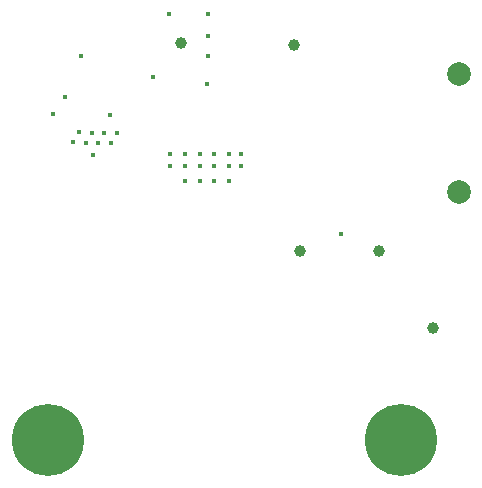
<source format=gbr>
%TF.GenerationSoftware,KiCad,Pcbnew,(6.0.8)*%
%TF.CreationDate,2023-02-08T15:15:48+01:00*%
%TF.ProjectId,power supply prototype,706f7765-7220-4737-9570-706c79207072,rev?*%
%TF.SameCoordinates,Original*%
%TF.FileFunction,Plated,1,4,PTH,Drill*%
%TF.FilePolarity,Positive*%
%FSLAX46Y46*%
G04 Gerber Fmt 4.6, Leading zero omitted, Abs format (unit mm)*
G04 Created by KiCad (PCBNEW (6.0.8)) date 2023-02-08 15:15:48*
%MOMM*%
%LPD*%
G01*
G04 APERTURE LIST*
%TA.AperFunction,ViaDrill*%
%ADD10C,0.400000*%
%TD*%
%TA.AperFunction,ComponentDrill*%
%ADD11C,1.000000*%
%TD*%
%TA.AperFunction,ComponentDrill*%
%ADD12C,2.000000*%
%TD*%
%TA.AperFunction,ComponentDrill*%
%ADD13C,6.100000*%
%TD*%
G04 APERTURE END LIST*
D10*
X123600000Y-84400000D03*
X124600000Y-82900000D03*
X125300000Y-86700000D03*
X125800000Y-85900000D03*
X126000000Y-79500000D03*
X126400000Y-86800000D03*
X126900000Y-86000000D03*
X127000000Y-87800000D03*
X127400000Y-86800000D03*
X127900000Y-86000000D03*
X128399248Y-84454917D03*
X128500000Y-86800000D03*
X129000000Y-86000000D03*
X132100000Y-81200000D03*
X133400000Y-75900000D03*
X133500000Y-87750000D03*
X133500000Y-88750000D03*
X134750000Y-87750000D03*
X134750000Y-88750000D03*
X134750000Y-90000000D03*
X136000000Y-87750000D03*
X136000000Y-88750000D03*
X136000000Y-90000000D03*
X136600000Y-81800000D03*
X136700000Y-75900000D03*
X136750000Y-77750000D03*
X136750000Y-79500000D03*
X137250000Y-87750000D03*
X137250000Y-88750000D03*
X137250000Y-90000000D03*
X138500000Y-87750000D03*
X138500000Y-88750000D03*
X138500000Y-90000000D03*
X139500000Y-87750000D03*
X139500000Y-88750000D03*
X148000000Y-94500000D03*
D11*
%TO.C,TP4*%
X134400000Y-78400000D03*
%TO.C,TP1*%
X144000000Y-78500000D03*
%TO.C,TP5*%
X144500000Y-96000000D03*
%TO.C,TP2*%
X151200000Y-96000000D03*
%TO.C,TP3*%
X155750000Y-102500000D03*
D12*
%TO.C,XT60*%
X158000000Y-81000000D03*
X158000000Y-91000000D03*
D13*
%TO.C,J1*%
X123130000Y-112000000D03*
X153100000Y-112000000D03*
M02*

</source>
